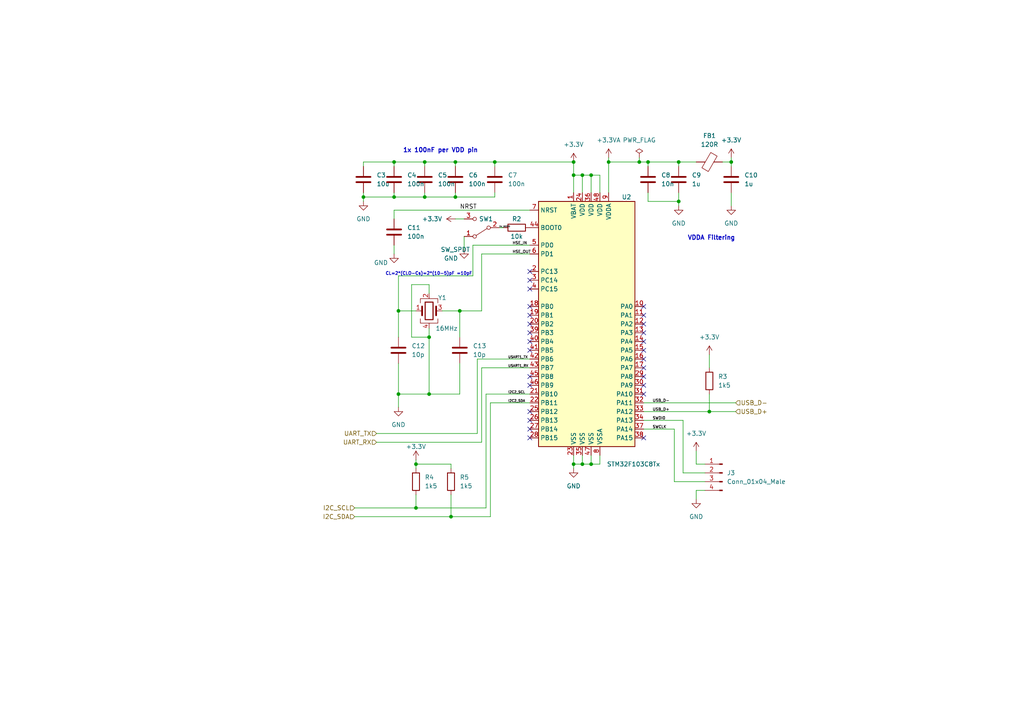
<source format=kicad_sch>
(kicad_sch (version 20211123) (generator eeschema)
  (paper "A4")
  (title_block (title "Udemy STM32 Demo PCB") (date "2022-07-19") (rev "0.1") (company "Yigit"))
  (lib_symbols
    (symbol "Connector:Conn_01x04_Male" (pin_names (offset 1.016) hide)
      (property "Reference" "J" (at 0 5.08 0))
      (property "Value" "Conn_01x04_Male" (at 0 -7.62 0))
      (symbol "Conn_01x04_Male_1_1"
        (polyline (pts (xy 1.27 -5.08) (xy 0.8636 -5.08)) (stroke (width 0.1524)))
        (polyline (pts (xy 1.27 -2.54) (xy 0.8636 -2.54)) (stroke (width 0.1524)))
        (polyline (pts (xy 1.27 0) (xy 0.8636 0)) (stroke (width 0.1524)))
        (polyline (pts (xy 1.27 2.54) (xy 0.8636 2.54)) (stroke (width 0.1524)))
        (rectangle (start 0.8636 -4.953) (end 0 -5.207) (stroke (width 0.1524)) (fill (type outline)))
        (rectangle (start 0.8636 -2.413) (end 0 -2.667) (stroke (width 0.1524)) (fill (type outline)))
        (rectangle (start 0.8636 0.127) (end 0 -0.127) (stroke (width 0.1524)) (fill (type outline)))
        (rectangle (start 0.8636 2.667) (end 0 2.413) (stroke (width 0.1524)) (fill (type outline)))
        (pin passive line (at 5.08 2.54 180) (length 3.81) (name "Pin_1") (number "1"))
        (pin passive line (at 5.08 0 180) (length 3.81) (name "Pin_2") (number "2"))
        (pin passive line (at 5.08 -2.54 180) (length 3.81) (name "Pin_3") (number "3"))
        (pin passive line (at 5.08 -5.08 180) (length 3.81) (name "Pin_4") (number "4"))
      )
    )
    (symbol "Device:C" (pin_numbers hide) (pin_names (offset 0.254))
      (property "Reference" "C" (at 0.635 2.54 0))
      (property "Value" "C" (at 0.635 -2.54 0))
      (symbol "C_0_1"
        (polyline (pts (xy -2.032 -0.762) (xy 2.032 -0.762)) (stroke (width 0.508)))
        (polyline (pts (xy -2.032 0.762) (xy 2.032 0.762)) (stroke (width 0.508)))
      )
      (symbol "C_1_1"
        (pin passive line (at 0 3.81 270) (length 2.794) (name "~") (number "1"))
        (pin passive line (at 0 -3.81 90) (length 2.794) (name "~") (number "2"))
      )
    )
    (symbol "Device:Crystal_GND24" (pin_names (offset 1.016) hide)
      (property "Reference" "Y" (at 3.175 5.08 0))
      (property "Value" "Crystal_GND24" (at 3.175 3.175 0))
      (symbol "Crystal_GND24_0_1"
        (rectangle (start -1.143 2.54) (end 1.143 -2.54) (stroke (width 0.3048)))
        (polyline (pts (xy -2.54 0) (xy -2.032 0)))
        (polyline (pts (xy -2.032 -1.27) (xy -2.032 1.27)) (stroke (width 0.508)))
        (polyline (pts (xy 0 -3.81) (xy 0 -3.556)))
        (polyline (pts (xy 0 3.556) (xy 0 3.81)))
        (polyline (pts (xy 2.032 -1.27) (xy 2.032 1.27)) (stroke (width 0.508)))
        (polyline (pts (xy 2.032 0) (xy 2.54 0)))
        (polyline (pts (xy -2.54 -2.286) (xy -2.54 -3.556) (xy 2.54 -3.556) (xy 2.54 -2.286)))
        (polyline (pts (xy -2.54 2.286) (xy -2.54 3.556) (xy 2.54 3.556) (xy 2.54 2.286)))
      )
      (symbol "Crystal_GND24_1_1"
        (pin passive line (at -3.81 0 0) (length 1.27) (name "1") (number "1"))
        (pin passive line (at 0 5.08 270) (length 1.27) (name "2") (number "2"))
        (pin passive line (at 3.81 0 180) (length 1.27) (name "3") (number "3"))
        (pin passive line (at 0 -5.08 90) (length 1.27) (name "4") (number "4"))
      )
    )
    (symbol "Device:FerriteBead" (pin_numbers hide) (pin_names (offset 0))
      (property "Reference" "FB" (at -3.81 0.635 90))
      (property "Value" "FerriteBead" (at 3.81 0 90))
      (symbol "FerriteBead_0_1"
        (polyline (pts (xy 0 -1.27) (xy 0 -1.2192)))
        (polyline (pts (xy 0 1.27) (xy 0 1.2954)))
        (polyline (pts (xy -2.7686 0.4064) (xy -1.7018 2.2606) (xy 2.7686 -0.3048) (xy 1.6764 -2.159) (xy -2.7686 0.4064)))
      )
      (symbol "FerriteBead_1_1"
        (pin passive line (at 0 3.81 270) (length 2.54) (name "~") (number "1"))
        (pin passive line (at 0 -3.81 90) (length 2.54) (name "~") (number "2"))
      )
    )
    (symbol "Device:R" (pin_numbers hide) (pin_names (offset 0))
      (property "Reference" "R" (at 2.032 0 90))
      (property "Value" "R" (at 0 0 90))
      (symbol "R_0_1"
        (rectangle (start -1.016 -2.54) (end 1.016 2.54) (stroke (width 0.254)))
      )
      (symbol "R_1_1"
        (pin passive line (at 0 3.81 270) (length 1.27) (name "~") (number "1"))
        (pin passive line (at 0 -3.81 90) (length 1.27) (name "~") (number "2"))
      )
    )
    (symbol "MCU_ST_STM32F1:STM32F103C8Tx"
      (property "Reference" "U" (at -15.24 36.83 0))
      (property "Value" "STM32F103C8Tx" (at 7.62 36.83 0))
      (symbol "STM32F103C8Tx_0_1"
        (rectangle (start -15.24 -35.56) (end 12.7 35.56) (stroke (width 0.254)) (fill (type background)))
      )
      (symbol "STM32F103C8Tx_1_1"
        (pin power_in line (at -5.08 38.1 270) (length 2.54) (name "VBAT") (number "1"))
        (pin bidirectional line (at 15.24 5.08 180) (length 2.54) (name "PA0") (number "10"))
        (pin bidirectional line (at 15.24 2.54 180) (length 2.54) (name "PA1") (number "11"))
        (pin bidirectional line (at 15.24 0 180) (length 2.54) (name "PA2") (number "12"))
        (pin bidirectional line (at 15.24 -2.54 180) (length 2.54) (name "PA3") (number "13"))
        (pin bidirectional line (at 15.24 -5.08 180) (length 2.54) (name "PA4") (number "14"))
        (pin bidirectional line (at 15.24 -7.62 180) (length 2.54) (name "PA5") (number "15"))
        (pin bidirectional line (at 15.24 -10.16 180) (length 2.54) (name "PA6") (number "16"))
        (pin bidirectional line (at 15.24 -12.7 180) (length 2.54) (name "PA7") (number "17"))
        (pin bidirectional line (at -17.78 5.08 0) (length 2.54) (name "PB0") (number "18"))
        (pin bidirectional line (at -17.78 2.54 0) (length 2.54) (name "PB1") (number "19"))
        (pin bidirectional line (at -17.78 15.24 0) (length 2.54) (name "PC13") (number "2"))
        (pin bidirectional line (at -17.78 0 0) (length 2.54) (name "PB2") (number "20"))
        (pin bidirectional line (at -17.78 -20.32 0) (length 2.54) (name "PB10") (number "21"))
        (pin bidirectional line (at -17.78 -22.86 0) (length 2.54) (name "PB11") (number "22"))
        (pin power_in line (at -5.08 -38.1 90) (length 2.54) (name "VSS") (number "23"))
        (pin power_in line (at -2.54 38.1 270) (length 2.54) (name "VDD") (number "24"))
        (pin bidirectional line (at -17.78 -25.4 0) (length 2.54) (name "PB12") (number "25"))
        (pin bidirectional line (at -17.78 -27.94 0) (length 2.54) (name "PB13") (number "26"))
        (pin bidirectional line (at -17.78 -30.48 0) (length 2.54) (name "PB14") (number "27"))
        (pin bidirectional line (at -17.78 -33.02 0) (length 2.54) (name "PB15") (number "28"))
        (pin bidirectional line (at 15.24 -15.24 180) (length 2.54) (name "PA8") (number "29"))
        (pin bidirectional line (at -17.78 12.7 0) (length 2.54) (name "PC14") (number "3"))
        (pin bidirectional line (at 15.24 -17.78 180) (length 2.54) (name "PA9") (number "30"))
        (pin bidirectional line (at 15.24 -20.32 180) (length 2.54) (name "PA10") (number "31"))
        (pin bidirectional line (at 15.24 -22.86 180) (length 2.54) (name "PA11") (number "32"))
        (pin bidirectional line (at 15.24 -25.4 180) (length 2.54) (name "PA12") (number "33"))
        (pin bidirectional line (at 15.24 -27.94 180) (length 2.54) (name "PA13") (number "34"))
        (pin power_in line (at -2.54 -38.1 90) (length 2.54) (name "VSS") (number "35"))
        (pin power_in line (at 0 38.1 270) (length 2.54) (name "VDD") (number "36"))
        (pin bidirectional line (at 15.24 -30.48 180) (length 2.54) (name "PA14") (number "37"))
        (pin bidirectional line (at 15.24 -33.02 180) (length 2.54) (name "PA15") (number "38"))
        (pin bidirectional line (at -17.78 -2.54 0) (length 2.54) (name "PB3") (number "39"))
        (pin bidirectional line (at -17.78 10.16 0) (length 2.54) (name "PC15") (number "4"))
        (pin bidirectional line (at -17.78 -5.08 0) (length 2.54) (name "PB4") (number "40"))
        (pin bidirectional line (at -17.78 -7.62 0) (length 2.54) (name "PB5") (number "41"))
        (pin bidirectional line (at -17.78 -10.16 0) (length 2.54) (name "PB6") (number "42"))
        (pin bidirectional line (at -17.78 -12.7 0) (length 2.54) (name "PB7") (number "43"))
        (pin input line (at -17.78 27.94 0) (length 2.54) (name "BOOT0") (number "44"))
        (pin bidirectional line (at -17.78 -15.24 0) (length 2.54) (name "PB8") (number "45"))
        (pin bidirectional line (at -17.78 -17.78 0) (length 2.54) (name "PB9") (number "46"))
        (pin power_in line (at 0 -38.1 90) (length 2.54) (name "VSS") (number "47"))
        (pin power_in line (at 2.54 38.1 270) (length 2.54) (name "VDD") (number "48"))
        (pin input line (at -17.78 22.86 0) (length 2.54) (name "PD0") (number "5"))
        (pin input line (at -17.78 20.32 0) (length 2.54) (name "PD1") (number "6"))
        (pin input line (at -17.78 33.02 0) (length 2.54) (name "NRST") (number "7"))
        (pin power_in line (at 2.54 -38.1 90) (length 2.54) (name "VSSA") (number "8"))
        (pin power_in line (at 5.08 38.1 270) (length 2.54) (name "VDDA") (number "9"))
      )
    )
    (symbol "Switch:SW_SPDT" (pin_names (offset 0) hide)
      (property "Reference" "SW" (at 0 4.318 0))
      (property "Value" "SW_SPDT" (at 0 -5.08 0))
      (symbol "SW_SPDT_0_0"
        (circle (center -2.032 0) (radius 0.508))
        (circle (center 2.032 -2.54) (radius 0.508))
      )
      (symbol "SW_SPDT_0_1"
        (polyline (pts (xy -1.524 0.254) (xy 1.651 2.286)))
        (circle (center 2.032 2.54) (radius 0.508))
      )
      (symbol "SW_SPDT_1_1"
        (pin passive line (at 5.08 2.54 180) (length 2.54) (name "A") (number "1"))
        (pin passive line (at -5.08 0 0) (length 2.54) (name "B") (number "2"))
        (pin passive line (at 5.08 -2.54 180) (length 2.54) (name "C") (number "3"))
      )
    )
    (symbol "power:+3.3V" (power) (pin_names (offset 0))
      (property "Value" "+3.3V" (at 0 3.556 0))
      (symbol "+3.3V_0_1"
        (polyline (pts (xy -0.762 1.27) (xy 0 2.54)))
        (polyline (pts (xy 0 0) (xy 0 2.54)))
        (polyline (pts (xy 0 2.54) (xy 0.762 1.27)))
      )
      (symbol "+3.3V_1_1"
        (pin power_in line (at 0 0 90) (length 0) hide (name "+3.3V") (number "1"))
      )
    )
    (symbol "power:+3.3VA" (power) (pin_names (offset 0))
      (property "Value" "+3.3VA" (at 0 3.556 0))
      (symbol "+3.3VA_0_1"
        (polyline (pts (xy -0.762 1.27) (xy 0 2.54)))
        (polyline (pts (xy 0 0) (xy 0 2.54)))
        (polyline (pts (xy 0 2.54) (xy 0.762 1.27)))
      )
      (symbol "+3.3VA_1_1"
        (pin power_in line (at 0 0 90) (length 0) hide (name "+3.3VA") (number "1"))
      )
    )
    (symbol "power:GND" (power) (pin_names (offset 0))
      (property "Value" "GND" (at 0 -3.81 0))
      (symbol "GND_0_1"
        (polyline (pts (xy 0 0) (xy 0 -1.27) (xy 1.27 -1.27) (xy 0 -2.54) (xy -1.27 -1.27) (xy 0 -1.27)))
      )
      (symbol "GND_1_1"
        (pin power_in line (at 0 0 270) (length 0) hide (name "GND") (number "1"))
      )
    )
    (symbol "power:PWR_FLAG" (power) (pin_numbers hide) (pin_names (offset 0) hide)
      (property "Value" "PWR_FLAG" (at 0 3.81 0))
      (symbol "PWR_FLAG_0_0"
        (pin power_out line (at 0 0 90) (length 0) (name "pwr") (number "1"))
      )
      (symbol "PWR_FLAG_0_1"
        (polyline (pts (xy 0 0) (xy 0 1.27) (xy -1.016 1.905) (xy 0 2.54) (xy 1.016 1.905) (xy 0 1.27)))
      )
    )
  )
  (junction (at 185.42 46.99))
  (junction (at 166.37 50.8))
  (junction (at 212.09 46.99))
  (junction (at 171.45 50.8))
  (junction (at 124.46 97.79))
  (junction (at 132.08 57.15))
  (junction (at 196.85 46.99))
  (junction (at 123.19 46.99))
  (junction (at 105.41 57.15))
  (junction (at 133.35 90.17))
  (junction (at 124.46 114.3))
  (junction (at 130.81 149.86))
  (junction (at 143.51 46.99))
  (junction (at 115.57 114.3))
  (junction (at 176.53 46.99))
  (junction (at 166.37 46.99))
  (junction (at 196.85 58.42))
  (junction (at 114.3 46.99))
  (junction (at 115.57 90.17))
  (junction (at 187.96 46.99))
  (junction (at 168.91 134.62))
  (junction (at 168.91 50.8))
  (junction (at 205.74 119.38))
  (junction (at 120.65 147.32))
  (junction (at 166.37 134.62))
  (junction (at 120.65 134.62))
  (junction (at 123.19 57.15))
  (junction (at 132.08 46.99))
  (junction (at 171.45 134.62))
  (junction (at 114.3 57.15))
  (no_connect (at 153.67 81.28))
  (no_connect (at 186.69 104.14))
  (no_connect (at 186.69 109.22))
  (no_connect (at 186.69 106.68))
  (no_connect (at 153.67 96.52))
  (no_connect (at 186.69 91.44))
  (no_connect (at 153.67 83.82))
  (no_connect (at 186.69 127))
  (no_connect (at 153.67 88.9))
  (no_connect (at 186.69 101.6))
  (no_connect (at 153.67 111.76))
  (no_connect (at 153.67 93.98))
  (no_connect (at 153.67 99.06))
  (no_connect (at 153.67 91.44))
  (no_connect (at 153.67 101.6))
  (no_connect (at 153.67 121.92))
  (no_connect (at 153.67 127))
  (no_connect (at 153.67 119.38))
  (no_connect (at 186.69 93.98))
  (no_connect (at 186.69 114.3))
  (no_connect (at 186.69 96.52))
  (no_connect (at 186.69 99.06))
  (no_connect (at 186.69 88.9))
  (no_connect (at 153.67 109.22))
  (no_connect (at 153.67 78.74))
  (no_connect (at 153.67 124.46))
  (no_connect (at 186.69 111.76))
  (wire (pts (xy 142.24 116.84) (xy 142.24 149.86)))
  (wire (pts (xy 130.81 143.51) (xy 130.81 149.86)))
  (wire (pts (xy 138.43 125.73) (xy 138.43 104.14)))
  (wire (pts (xy 198.12 137.16) (xy 204.47 137.16)))
  (wire (pts (xy 132.08 63.5) (xy 134.62 63.5)))
  (wire (pts (xy 114.3 57.15) (xy 114.3 55.88)))
  (wire (pts (xy 139.7 90.17) (xy 139.7 73.66)))
  (wire (pts (xy 171.45 50.8) (xy 173.99 50.8)))
  (wire (pts (xy 176.53 46.99) (xy 185.42 46.99)))
  (wire (pts (xy 133.35 90.17) (xy 133.35 97.79)))
  (wire (pts (xy 201.93 134.62) (xy 204.47 134.62)))
  (wire (pts (xy 212.09 45.72) (xy 212.09 46.99)))
  (wire (pts (xy 102.87 147.32) (xy 120.65 147.32)))
  (wire (pts (xy 209.55 46.99) (xy 212.09 46.99)))
  (wire (pts (xy 176.53 46.99) (xy 176.53 55.88)))
  (wire (pts (xy 166.37 50.8) (xy 166.37 55.88)))
  (wire (pts (xy 186.69 124.46) (xy 195.58 124.46)))
  (wire (pts (xy 115.57 105.41) (xy 115.57 114.3)))
  (wire (pts (xy 171.45 132.08) (xy 171.45 134.62)))
  (wire (pts (xy 115.57 114.3) (xy 124.46 114.3)))
  (wire (pts (xy 119.38 82.55) (xy 119.38 97.79)))
  (wire (pts (xy 171.45 134.62) (xy 173.99 134.62)))
  (wire (pts (xy 201.93 144.78) (xy 201.93 142.24)))
  (wire (pts (xy 143.51 46.99) (xy 132.08 46.99)))
  (wire (pts (xy 105.41 46.99) (xy 105.41 48.26)))
  (wire (pts (xy 186.69 119.38) (xy 205.74 119.38)))
  (wire (pts (xy 171.45 50.8) (xy 171.45 55.88)))
  (wire (pts (xy 196.85 46.99) (xy 196.85 48.26)))
  (wire (pts (xy 123.19 57.15) (xy 132.08 57.15)))
  (wire (pts (xy 114.3 57.15) (xy 123.19 57.15)))
  (wire (pts (xy 124.46 82.55) (xy 119.38 82.55)))
  (wire (pts (xy 109.22 128.27) (xy 139.7 128.27)))
  (wire (pts (xy 132.08 46.99) (xy 132.08 48.26)))
  (wire (pts (xy 166.37 132.08) (xy 166.37 134.62)))
  (wire (pts (xy 187.96 46.99) (xy 196.85 46.99)))
  (wire (pts (xy 173.99 134.62) (xy 173.99 132.08)))
  (wire (pts (xy 212.09 46.99) (xy 212.09 48.26)))
  (wire (pts (xy 166.37 50.8) (xy 168.91 50.8)))
  (wire (pts (xy 137.16 80.01) (xy 115.57 80.01)))
  (wire (pts (xy 120.65 134.62) (xy 120.65 135.89)))
  (wire (pts (xy 124.46 114.3) (xy 124.46 97.79)))
  (wire (pts (xy 138.43 104.14) (xy 153.67 104.14)))
  (wire (pts (xy 143.51 57.15) (xy 143.51 55.88)))
  (wire (pts (xy 140.97 114.3) (xy 140.97 147.32)))
  (wire (pts (xy 139.7 73.66) (xy 153.67 73.66)))
  (wire (pts (xy 102.87 149.86) (xy 130.81 149.86)))
  (wire (pts (xy 109.22 125.73) (xy 138.43 125.73)))
  (wire (pts (xy 185.42 45.72) (xy 185.42 46.99)))
  (wire (pts (xy 173.99 50.8) (xy 173.99 55.88)))
  (wire (pts (xy 133.35 114.3) (xy 133.35 105.41)))
  (wire (pts (xy 176.53 45.72) (xy 176.53 46.99)))
  (wire (pts (xy 187.96 58.42) (xy 196.85 58.42)))
  (wire (pts (xy 201.93 142.24) (xy 204.47 142.24)))
  (wire (pts (xy 115.57 90.17) (xy 115.57 97.79)))
  (wire (pts (xy 130.81 135.89) (xy 130.81 134.62)))
  (wire (pts (xy 166.37 46.99) (xy 166.37 50.8)))
  (wire (pts (xy 133.35 90.17) (xy 139.7 90.17)))
  (wire (pts (xy 105.41 57.15) (xy 105.41 58.42)))
  (wire (pts (xy 205.74 119.38) (xy 213.36 119.38)))
  (wire (pts (xy 114.3 63.5) (xy 114.3 60.96)))
  (wire (pts (xy 130.81 149.86) (xy 142.24 149.86)))
  (wire (pts (xy 114.3 60.96) (xy 153.67 60.96)))
  (wire (pts (xy 115.57 80.01) (xy 115.57 90.17)))
  (wire (pts (xy 168.91 50.8) (xy 171.45 50.8)))
  (wire (pts (xy 168.91 134.62) (xy 171.45 134.62)))
  (wire (pts (xy 119.38 97.79) (xy 124.46 97.79)))
  (wire (pts (xy 196.85 58.42) (xy 196.85 59.69)))
  (wire (pts (xy 205.74 102.87) (xy 205.74 106.68)))
  (wire (pts (xy 198.12 121.92) (xy 198.12 137.16)))
  (wire (pts (xy 139.7 106.68) (xy 153.67 106.68)))
  (wire (pts (xy 130.81 134.62) (xy 120.65 134.62)))
  (wire (pts (xy 114.3 46.99) (xy 105.41 46.99)))
  (wire (pts (xy 146.05 66.04) (xy 144.78 66.04)))
  (wire (pts (xy 115.57 114.3) (xy 115.57 118.11)))
  (wire (pts (xy 132.08 57.15) (xy 132.08 55.88)))
  (wire (pts (xy 143.51 46.99) (xy 143.51 48.26)))
  (wire (pts (xy 166.37 134.62) (xy 166.37 135.89)))
  (wire (pts (xy 185.42 46.99) (xy 187.96 46.99)))
  (wire (pts (xy 205.74 114.3) (xy 205.74 119.38)))
  (wire (pts (xy 120.65 133.35) (xy 120.65 134.62)))
  (wire (pts (xy 166.37 134.62) (xy 168.91 134.62)))
  (wire (pts (xy 120.65 143.51) (xy 120.65 147.32)))
  (wire (pts (xy 140.97 114.3) (xy 153.67 114.3)))
  (wire (pts (xy 168.91 132.08) (xy 168.91 134.62)))
  (wire (pts (xy 186.69 121.92) (xy 198.12 121.92)))
  (wire (pts (xy 105.41 57.15) (xy 114.3 57.15)))
  (wire (pts (xy 123.19 46.99) (xy 114.3 46.99)))
  (wire (pts (xy 105.41 55.88) (xy 105.41 57.15)))
  (wire (pts (xy 196.85 46.99) (xy 201.93 46.99)))
  (wire (pts (xy 120.65 147.32) (xy 140.97 147.32)))
  (wire (pts (xy 115.57 90.17) (xy 120.65 90.17)))
  (wire (pts (xy 137.16 71.12) (xy 153.67 71.12)))
  (wire (pts (xy 195.58 139.7) (xy 204.47 139.7)))
  (wire (pts (xy 201.93 130.81) (xy 201.93 134.62)))
  (wire (pts (xy 124.46 97.79) (xy 124.46 95.25)))
  (wire (pts (xy 123.19 57.15) (xy 123.19 55.88)))
  (wire (pts (xy 187.96 55.88) (xy 187.96 58.42)))
  (wire (pts (xy 196.85 55.88) (xy 196.85 58.42)))
  (wire (pts (xy 166.37 46.99) (xy 143.51 46.99)))
  (wire (pts (xy 134.62 68.58) (xy 134.62 72.39)))
  (wire (pts (xy 168.91 50.8) (xy 168.91 55.88)))
  (wire (pts (xy 114.3 46.99) (xy 114.3 48.26)))
  (wire (pts (xy 128.27 90.17) (xy 133.35 90.17)))
  (wire (pts (xy 124.46 85.09) (xy 124.46 82.55)))
  (wire (pts (xy 124.46 114.3) (xy 133.35 114.3)))
  (wire (pts (xy 137.16 71.12) (xy 137.16 80.01)))
  (wire (pts (xy 142.24 116.84) (xy 153.67 116.84)))
  (wire (pts (xy 212.09 55.88) (xy 212.09 59.69)))
  (wire (pts (xy 132.08 57.15) (xy 143.51 57.15)))
  (wire (pts (xy 123.19 46.99) (xy 123.19 48.26)))
  (wire (pts (xy 132.08 46.99) (xy 123.19 46.99)))
  (wire (pts (xy 186.69 116.84) (xy 213.36 116.84)))
  (wire (pts (xy 139.7 106.68) (xy 139.7 128.27)))
  (wire (pts (xy 187.96 46.99) (xy 187.96 48.26)))
  (wire (pts (xy 195.58 124.46) (xy 195.58 139.7)))
  (wire (pts (xy 114.3 71.12) (xy 114.3 73.66)))
  (text "1x 100nF per VDD pin" (at 116.84 44.45 0) (effects (font (size 1.27 1.27) bold) (justify left bottom)))
  (text "VDDA Filtering" (at 199.39 69.85 0) (effects (font (size 1.27 1.27) bold) (justify left bottom)))
  (text "CL=2*(CLO-Cs)=2*(10-5)pF =10pF" (at 111.76 80.01 0) (effects (font (size 0.9 0.9) bold) (justify left bottom)))
  (label "USART1_RX" (at 147.32 106.68 0) (effects (font (size 0.7 0.7))))
  (label "HSE_IN" (at 148.59 71.12 0) (effects (font (size 0.8 0.8))))
  (label "SWDI0" (at 189.23 121.92 0) (effects (font (size 0.8 0.8))))
  (label "SW_BOOT0" (at 144.78 66.04 0) (effects (font (size 0.4 0.4) bold)))
  (label "USART1_TX" (at 147.32 104.14 0) (effects (font (size 0.7 0.7))))
  (label "I2C2_SCL" (at 147.32 114.3 0) (effects (font (size 0.7 0.7))))
  (label "HSE_OUT" (at 148.59 73.66 0) (effects (font (size 0.8 0.8))))
  (label "I2C2_SDA" (at 147.32 116.84 0) (effects (font (size 0.7 0.7))))
  (label "SWCLK" (at 189.23 124.46 0) (effects (font (size 0.8 0.8))))
  (label "USB_D-" (at 189.23 116.84 0) (effects (font (size 0.8 0.8))))
  (label "USB_D+" (at 189.23 119.38 0) (effects (font (size 0.8 0.8))))
  (label "NRST" (at 133.35 60.96 0))
  (hierarchical_label "UART_RX" (shape input) (at 109.22 128.27 180))
  (hierarchical_label "I2C_SDA" (shape input) (at 102.87 149.86 180))
  (hierarchical_label "I2C_SCL" (shape input) (at 102.87 147.32 180))
  (hierarchical_label "USB_D+" (shape input) (at 213.36 119.38 0))
  (hierarchical_label "USB_D-" (shape input) (at 213.36 116.84 0))
  (hierarchical_label "UART_TX" (shape input) (at 109.22 125.73 180))
  (symbol (lib_id "Device:C") (at 143.51 52.07 0) (unit 1)
    (property "Reference" "C7" (at 147.32 50.7999 0) (effects (justify left)))
    (property "Value" "100n" (at 147.32 53.3399 0) (effects (justify left)))
    (property "Footprint" "Capacitor_SMD:C_0402_1005Metric" (effects hide))
  )
  (symbol (lib_id "power:PWR_FLAG") (at 185.42 45.72 0) (unit 1)
    (property "Reference" "#FLG0101" (effects hide))
    (property "Value" "PWR_FLAG" (at 185.42 40.64 0))
  )
  (symbol (lib_id "Connector:Conn_01x04_Male") (at 209.55 137.16 0) (mirror y) (unit 1)
    (property "Reference" "J3" (at 210.82 137.1599 0) (effects (justify right)))
    (property "Value" "Conn_01x04_Male" (at 210.82 139.6999 0) (effects (justify right)))
    (property "Footprint" "Connector_PinHeader_2.00mm:PinHeader_1x04_P2.00mm_Vertical" (effects hide))
  )
  (symbol (lib_id "power:+3.3V") (at 201.93 130.81 0) (unit 1)
    (property "Reference" "#PWR033" (effects hide))
    (property "Value" "+3.3V" (at 201.93 125.73 0))
  )
  (symbol (lib_id "Device:R") (at 149.86 66.04 90) (mirror x) (unit 1)
    (property "Reference" "R2" (at 149.86 63.5 90))
    (property "Value" "10k" (at 149.86 68.58 90))
    (property "Footprint" "Resistor_SMD:R_0402_1005Metric" (effects hide))
  )
  (symbol (lib_id "Device:C") (at 123.19 52.07 0) (unit 1)
    (property "Reference" "C5" (at 127 50.7999 0) (effects (justify left)))
    (property "Value" "100n" (at 127 53.3399 0) (effects (justify left)))
    (property "Footprint" "Capacitor_SMD:C_0402_1005Metric" (effects hide))
  )
  (symbol (lib_id "power:+3.3V") (at 205.74 102.87 0) (unit 1)
    (property "Reference" "#PWR035" (effects hide))
    (property "Value" "+3.3V" (at 205.74 97.79 0))
  )
  (symbol (lib_id "power:+3.3V") (at 166.37 46.99 0) (unit 1)
    (property "Reference" "#PWR029" (effects hide))
    (property "Value" "+3.3V" (at 166.37 41.91 0))
  )
  (symbol (lib_id "Device:C") (at 187.96 52.07 0) (unit 1)
    (property "Reference" "C8" (at 191.77 50.7999 0) (effects (justify left)))
    (property "Value" "10n" (at 191.77 53.3399 0) (effects (justify left)))
    (property "Footprint" "Capacitor_SMD:C_0402_1005Metric" (effects hide))
  )
  (symbol (lib_id "power:GND") (at 134.62 72.39 0) (unit 1)
    (property "Reference" "#PWR028" (effects hide))
    (property "Value" "GND" (at 130.81 74.93 0))
  )
  (symbol (lib_id "Device:C") (at 105.41 52.07 0) (unit 1)
    (property "Reference" "C3" (at 109.22 50.7999 0) (effects (justify left)))
    (property "Value" "10u" (at 109.22 53.3399 0) (effects (justify left)))
    (property "Footprint" "Capacitor_SMD:C_0603_1608Metric" (effects hide))
  )
  (symbol (lib_id "Device:R") (at 205.74 110.49 0) (unit 1)
    (property "Reference" "R3" (at 208.28 109.2199 0) (effects (justify left)))
    (property "Value" "1k5" (at 208.28 111.7599 0) (effects (justify left)))
    (property "Footprint" "Resistor_SMD:R_0402_1005Metric" (effects hide))
  )
  (symbol (lib_id "power:+3.3V") (at 212.09 45.72 0) (unit 1)
    (property "Reference" "#PWR036" (effects hide))
    (property "Value" "+3.3V" (at 212.09 40.64 0))
  )
  (symbol (lib_id "power:GND") (at 115.57 118.11 0) (unit 1)
    (property "Reference" "#PWR025" (effects hide))
    (property "Value" "GND" (at 115.57 123.19 0))
  )
  (symbol (lib_id "power:GND") (at 212.09 59.69 0) (unit 1)
    (property "Reference" "#PWR037" (effects hide))
    (property "Value" "GND" (at 212.09 64.77 0))
  )
  (symbol (lib_id "power:+3.3VA") (at 176.53 45.72 0) (unit 1)
    (property "Reference" "#PWR0101" (effects hide))
    (property "Value" "+3.3VA" (at 176.53 40.64 0))
  )
  (symbol (lib_id "Device:C") (at 132.08 52.07 0) (unit 1)
    (property "Reference" "C6" (at 135.89 50.7999 0) (effects (justify left)))
    (property "Value" "100n" (at 135.89 53.3399 0) (effects (justify left)))
    (property "Footprint" "Capacitor_SMD:C_0402_1005Metric" (effects hide))
  )
  (symbol (lib_id "power:GND") (at 105.41 58.42 0) (unit 1)
    (property "Reference" "#PWR019" (effects hide))
    (property "Value" "GND" (at 105.41 63.5 0))
  )
  (symbol (lib_id "Device:C") (at 196.85 52.07 0) (unit 1)
    (property "Reference" "C9" (at 200.66 50.7999 0) (effects (justify left)))
    (property "Value" "1u" (at 200.66 53.3399 0) (effects (justify left)))
    (property "Footprint" "Capacitor_SMD:C_0402_1005Metric" (effects hide))
  )
  (symbol (lib_id "Device:R") (at 130.81 139.7 0) (unit 1)
    (property "Reference" "R5" (at 133.35 138.4299 0) (effects (justify left)))
    (property "Value" "1k5" (at 133.35 140.9699 0) (effects (justify left)))
    (property "Footprint" "Resistor_SMD:R_0402_1005Metric" (effects hide))
  )
  (symbol (lib_id "power:GND") (at 166.37 135.89 0) (unit 1)
    (property "Reference" "#PWR030" (effects hide))
    (property "Value" "GND" (at 166.37 140.97 0))
  )
  (symbol (lib_id "Device:C") (at 114.3 52.07 0) (unit 1)
    (property "Reference" "C4" (at 118.11 50.7999 0) (effects (justify left)))
    (property "Value" "100n" (at 118.11 53.3399 0) (effects (justify left)))
    (property "Footprint" "Capacitor_SMD:C_0402_1005Metric" (effects hide))
  )
  (symbol (lib_id "Switch:SW_SPDT") (at 139.7 66.04 180) (unit 1)
    (property "Reference" "SW1" (at 140.97 63.5 0))
    (property "Value" "SW_SPDT" (at 132.08 72.39 0))
    (property "Footprint" "Button_Switch_SMD:SW_SPDT_PCM12" (effects hide))
  )
  (symbol (lib_id "power:+3.3V") (at 120.65 133.35 0) (unit 1)
    (property "Reference" "#PWR026" (effects hide))
    (property "Value" "+3.3V" (at 120.65 129.54 0))
  )
  (symbol (lib_id "power:GND") (at 114.3 73.66 0) (unit 1)
    (property "Reference" "#PWR024" (effects hide))
    (property "Value" "GND" (at 110.49 76.2 0))
  )
  (symbol (lib_id "power:+3.3V") (at 132.08 63.5 90) (unit 1)
    (property "Reference" "#PWR027" (effects hide))
    (property "Value" "+3.3V" (at 128.27 63.4999 90) (effects (justify left)))
  )
  (symbol (lib_id "Device:C") (at 115.57 101.6 0) (unit 1)
    (property "Reference" "C12" (at 119.38 100.3299 0) (effects (justify left)))
    (property "Value" "10p" (at 119.38 102.8699 0) (effects (justify left)))
    (property "Footprint" "Capacitor_SMD:C_0402_1005Metric" (effects hide))
  )
  (symbol (lib_id "Device:Crystal_GND24") (at 124.46 90.17 0) (unit 1)
    (property "Reference" "Y1" (at 128.27 86.36 0))
    (property "Value" "16MHz" (at 129.54 95.25 0))
    (property "Footprint" "Crystal:Crystal_SMD_3225-4Pin_3.2x2.5mm" (effects hide))
  )
  (symbol (lib_id "power:GND") (at 196.85 59.69 0) (unit 1)
    (property "Reference" "#PWR032" (effects hide))
    (property "Value" "GND" (at 196.85 64.77 0))
  )
  (symbol (lib_id "Device:FerriteBead") (at 205.74 46.99 270) (unit 1)
    (property "Reference" "FB1" (at 205.7908 39.37 90))
    (property "Value" "120R" (at 205.7908 41.91 90))
    (property "Footprint" "Inductor_SMD:L_0603_1608Metric" (effects hide))
  )
  (symbol (lib_id "MCU_ST_STM32F1:STM32F103C8Tx") (at 171.45 93.98 0) (unit 1)
    (property "Reference" "U2" (at 180.34 57.15 0) (effects (justify left)))
    (property "Value" "STM32F103C8Tx" (at 176.0094 134.62 0) (effects (justify left)))
    (property "Footprint" "Package_QFP:LQFP-48_7x7mm_P0.5mm" (effects hide))
    (property "Datasheet" "http://www.st.com/st-web-ui/static/active/en/resource/technical/document/datasheet/CD00161566.pdf" (effects hide))
  )
  (symbol (lib_id "Device:C") (at 114.3 67.31 0) (unit 1)
    (property "Reference" "C11" (at 118.11 66.0399 0) (effects (justify left)))
    (property "Value" "100n" (at 118.11 68.5799 0) (effects (justify left)))
    (property "Footprint" "Capacitor_SMD:C_0402_1005Metric" (effects hide))
  )
  (symbol (lib_id "Device:C") (at 133.35 101.6 0) (unit 1)
    (property "Reference" "C13" (at 137.16 100.3299 0) (effects (justify left)))
    (property "Value" "10p" (at 137.16 102.8699 0) (effects (justify left)))
    (property "Footprint" "Capacitor_SMD:C_0402_1005Metric" (effects hide))
  )
  (symbol (lib_id "power:GND") (at 201.93 144.78 0) (unit 1)
    (property "Reference" "#PWR034" (effects hide))
    (property "Value" "GND" (at 201.93 149.86 0))
  )
  (symbol (lib_id "Device:R") (at 120.65 139.7 0) (unit 1)
    (property "Reference" "R4" (at 123.19 138.4299 0) (effects (justify left)))
    (property "Value" "1k5" (at 123.19 140.9699 0) (effects (justify left)))
    (property "Footprint" "Resistor_SMD:R_0402_1005Metric" (effects hide))
  )
  (symbol (lib_id "Device:C") (at 212.09 52.07 0) (unit 1)
    (property "Reference" "C10" (at 215.9 50.7999 0) (effects (justify left)))
    (property "Value" "1u" (at 215.9 53.3399 0) (effects (justify left)))
    (property "Footprint" "Capacitor_SMD:C_0402_1005Metric" (effects hide))
  )
)
</source>
